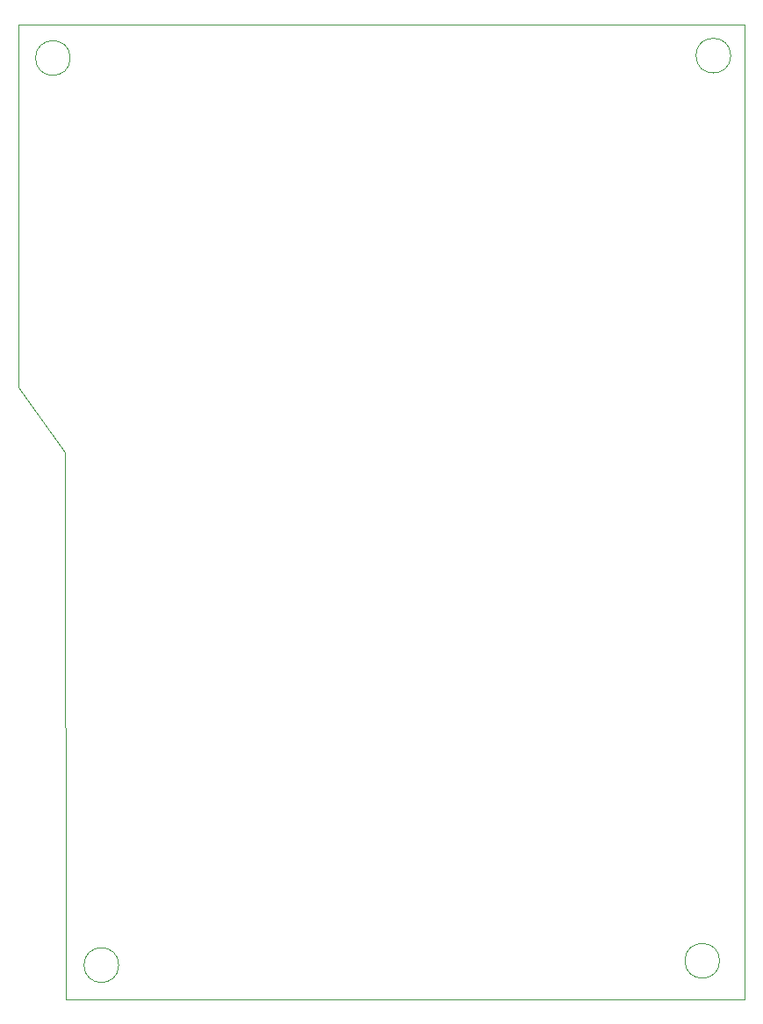
<source format=gbr>
%TF.GenerationSoftware,KiCad,Pcbnew,9.0.2*%
%TF.CreationDate,2025-09-25T10:29:51+05:30*%
%TF.ProjectId,UNO STEMc3.1,554e4f20-5354-4454-9d63-332e312e6b69,rev?*%
%TF.SameCoordinates,Original*%
%TF.FileFunction,Profile,NP*%
%FSLAX46Y46*%
G04 Gerber Fmt 4.6, Leading zero omitted, Abs format (unit mm)*
G04 Created by KiCad (PCBNEW 9.0.2) date 2025-09-25 10:29:51*
%MOMM*%
%LPD*%
G01*
G04 APERTURE LIST*
%TA.AperFunction,Profile*%
%ADD10C,0.050000*%
%TD*%
G04 APERTURE END LIST*
D10*
X66600000Y-178000000D02*
X132000000Y-178000000D01*
X62000000Y-119000000D02*
X62000000Y-84000000D01*
X129621597Y-174282905D02*
G75*
G02*
X126267495Y-174282905I-1677051J0D01*
G01*
X126267495Y-174282905D02*
G75*
G02*
X129621597Y-174282905I1677051J0D01*
G01*
X62000000Y-119000000D02*
X66500000Y-125250000D01*
X66500000Y-125250000D02*
X66600000Y-178000000D01*
X71677051Y-174697949D02*
G75*
G02*
X68322949Y-174697949I-1677051J0D01*
G01*
X68322949Y-174697949D02*
G75*
G02*
X71677051Y-174697949I1677051J0D01*
G01*
X132000000Y-84000000D02*
X132000000Y-178000000D01*
X130687033Y-87016586D02*
G75*
G02*
X127332931Y-87016586I-1677051J0D01*
G01*
X127332931Y-87016586D02*
G75*
G02*
X130687033Y-87016586I1677051J0D01*
G01*
X132000000Y-84000000D02*
X62000000Y-84000000D01*
X67000000Y-87250000D02*
G75*
G02*
X63645898Y-87250000I-1677051J0D01*
G01*
X63645898Y-87250000D02*
G75*
G02*
X67000000Y-87250000I1677051J0D01*
G01*
M02*

</source>
